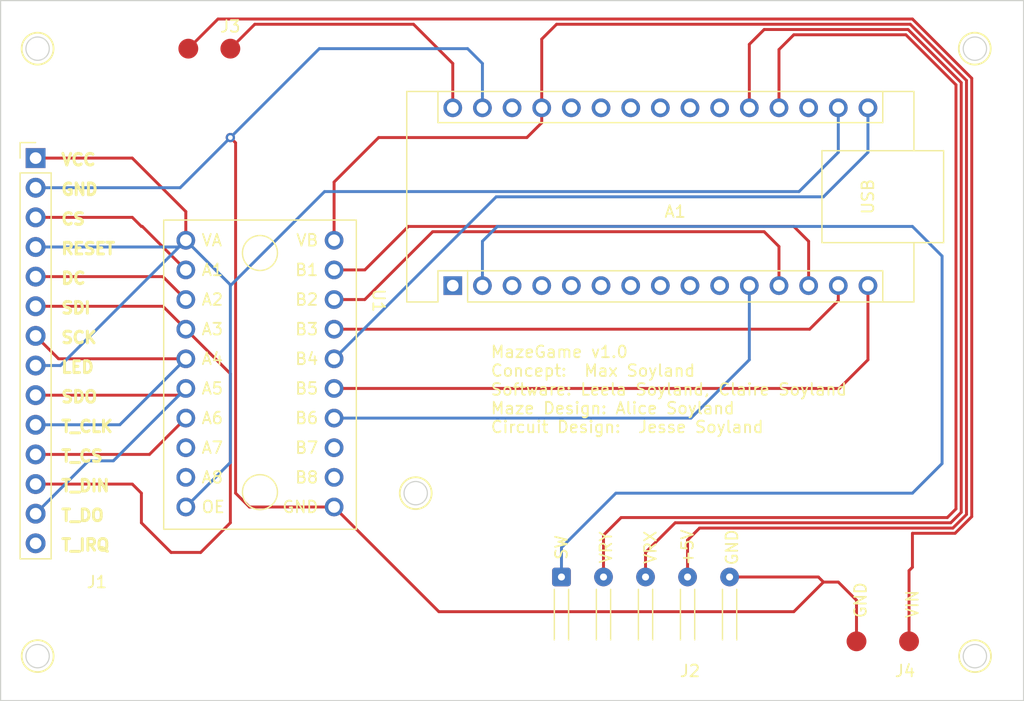
<source format=kicad_pcb>
(kicad_pcb (version 20211014) (generator pcbnew)
  (layers (0 "F.Cu" signal) (31 "B.Cu" signal) (34 "B.Paste" user) (35 "F.Paste" user) (36 "B.SilkS" user "B.Silkscreen") (37 "F.SilkS" user "F.Silkscreen") (38 "B.Mask" user) (39 "F.Mask" user) (44 "Edge.Cuts" user))
  (net 0 "")
  (net 2 "Net-(J2-Pad1)")
  (net 11 "Net-(A1-Pad11)")
  (net 12 "Net-(U1-Pad3)")
  (net 13 "Net-(U1-Pad2)")
  (net 14 "Net-(A1-Pad14)")
  (net 15 "Net-(A1-Pad15)")
  (net 16 "Net-(A1-Pad16)")
  (net 17 "Net-(A1-Pad17)")
  (net 19 "Net-(J2-Pad2)")
  (net 20 "Net-(J2-Pad3)")
  (net 27 "Net-(J2-Pad4)")
  (net 29 "Net-(J2-Pad5)")
  (net 30 "Net-(J3-Pad1)")
  (net 31 "Net-(J1-Pad3)")
  (net 32 "Net-(J1-Pad5)")
  (net 33 "Net-(J1-Pad6)")
  (net 34 "Net-(J1-Pad7)")
  (net 35 "Net-(U1-Pad16)")
  (net 36 "Net-(U1-Pad17)")
  (net 38 "Net-(J3-Pad2)")
  (footprint "Connector_Wire:SolderWire-0.1sqmm_1x02_P3.6mm_D0.4mm_OD1mm" (layer "F.Cu") (at 91.44 38.1 180)
    (fp_text reference "J3" (at 0 1.905) (layer "F.SilkS"))
    (fp_text value "Switch")
    (pad "1" smd circle (at 0 0 180) (size 1.7 1.7) (layers "F.Cu" "F.Paste" "F.Mask") (net 30 "Net-(J3-Pad1)"))
    (pad "2" smd circle (at 3.6 0 180) (size 1.7 1.7) (layers "F.Cu" "F.Paste" "F.Mask") (net 38 "Net-(J3-Pad2)"))
  )
  (footprint "CustomSymbols:EPLZON TXS0108E Board" (layer "F.Cu") (at 101.595 53.255 -90)
    (fp_text reference "U1" (at 6.435 -2.545 -90 unlocked) (layer "F.SilkS"))
    (fp_text value "EPLZON_TXS0108E")
    (fp_text user "B1" (at 3.81 2.54 unlocked) (layer "F.SilkS") (effects (justify right)))
    (fp_text user "B4" (at 11.43 2.54 unlocked) (layer "F.SilkS") (effects (justify right)))
    (fp_text user "VA" (at 1.27 12.695 unlocked) (layer "F.SilkS") (effects (justify left)))
    (fp_text user "B2" (at 6.35 2.54 unlocked) (layer "F.SilkS") (effects (justify right)))
    (fp_text user "A6" (at 16.51 12.7 unlocked) (layer "F.SilkS") (effects (justify left)))
    (fp_text user "A1" (at 3.81 12.695 unlocked) (layer "F.SilkS") (effects (justify left)))
    (fp_text user "A4" (at 11.43 12.7 unlocked) (layer "F.SilkS") (effects (justify left)))
    (fp_text user "GND" (at 24.13 2.54 unlocked) (layer "F.SilkS") (effects (justify right)))
    (fp_text user "A7" (at 19.05 12.7 unlocked) (layer "F.SilkS") (effects (justify left)))
    (fp_text user "B5" (at 13.97 2.54 unlocked) (layer "F.SilkS") (effects (justify right)))
    (fp_text user "B8" (at 21.59 2.54 unlocked) (layer "F.SilkS") (effects (justify right)))
    (fp_text user "A5" (at 13.97 12.7 unlocked) (layer "F.SilkS") (effects (justify left)))
    (fp_text user "B3" (at 8.89 2.54 unlocked) (layer "F.SilkS") (effects (justify right)))
    (fp_text user "B6" (at 16.51 2.54 unlocked) (layer "F.SilkS") (effects (justify right)))
    (fp_text user "B7" (at 19.05 2.54 unlocked) (layer "F.SilkS") (effects (justify right)))
    (fp_text user "OE" (at 24.13 12.7 unlocked) (layer "F.SilkS") (effects (justify left)))
    (fp_text user "A2" (at 6.35 12.695 unlocked) (layer "F.SilkS") (effects (justify left)))
    (fp_text user "A3" (at 8.89 12.7 unlocked) (layer "F.SilkS") (effects (justify left)))
    (fp_text user "A8" (at 21.59 12.7 unlocked) (layer "F.SilkS") (effects (justify left)))
    (fp_text user "VB" (at 1.27 2.54 unlocked) (layer "F.SilkS") (effects (justify right)))
    (fp_rect (start 26.035 -0.635) (end -0.465 15.865) (layer "F.SilkS") (width 0.12) (fill none))
    (fp_circle (center 22.86 7.62) (end 24.36 7.62) (layer "F.SilkS") (width 0.12) (fill none))
    (fp_circle (center 2.36 7.62) (end 3.86 7.62) (layer "F.SilkS") (width 0.12) (fill none))
    (pad "1" thru_hole circle (at 1.27 1.27 270) (size 1.6 1.6) (drill 1) (layers *.Cu *.Mask) (net 27 "Net-(J2-Pad4)"))
    (pad "2" thru_hole circle (at 3.81 1.27 270) (size 1.6 1.6) (drill 1) (layers *.Cu *.Mask) (net 13 "Net-(U1-Pad2)"))
    (pad "3" thru_hole circle (at 6.35 1.27 270) (size 1.6 1.6) (drill 1) (layers *.Cu *.Mask) (net 12 "Net-(U1-Pad3)"))
    (pad "4" thru_hole circle (at 8.89 1.27 270) (size 1.6 1.6) (drill 1) (layers *.Cu *.Mask) (net 14 "Net-(A1-Pad14)"))
    (pad "5" thru_hole circle (at 11.43 1.27 270) (size 1.6 1.6) (drill 1) (layers *.Cu *.Mask) (net 16 "Net-(A1-Pad16)"))
    (pad "6" thru_hole circle (at 13.97 1.27 270) (size 1.6 1.6) (drill 1) (layers *.Cu *.Mask) (net 15 "Net-(A1-Pad15)"))
    (pad "7" thru_hole circle (at 16.51 1.27 270) (size 1.6 1.6) (drill 1) (layers *.Cu *.Mask) (net 11 "Net-(A1-Pad11)"))
    (pad "8" thru_hole circle (at 19.05 1.27 270) (size 1.6 1.6) (drill 1) (layers *.Cu *.Mask))
    (pad "9" thru_hole circle (at 21.59 1.27 270) (size 1.6 1.6) (drill 1) (layers *.Cu *.Mask))
    (pad "10" thru_hole circle (at 24.13 1.27 270) (size 1.6 1.6) (drill 1) (layers *.Cu *.Mask) (net 29 "Net-(J2-Pad5)"))
    (pad "11" thru_hole circle (at 1.27 13.97 270) (size 1.6 1.6) (drill 1) (layers *.Cu *.Mask) (net 17 "Net-(A1-Pad17)"))
    (pad "12" thru_hole circle (at 3.81 13.97 270) (size 1.6 1.6) (drill 1) (layers *.Cu *.Mask) (net 31 "Net-(J1-Pad3)"))
    (pad "13" thru_hole circle (at 6.35 13.97 270) (size 1.6 1.6) (drill 1) (layers *.Cu *.Mask) (net 32 "Net-(J1-Pad5)"))
    (pad "14" thru_hole circle (at 8.89 13.97 270) (size 1.6 1.6) (drill 1) (layers *.Cu *.Mask) (net 33 "Net-(J1-Pad6)"))
    (pad "15" thru_hole circle (at 11.43 13.97 270) (size 1.6 1.6) (drill 1) (layers *.Cu *.Mask) (net 34 "Net-(J1-Pad7)"))
    (pad "16" thru_hole circle (at 13.97 13.97 270) (size 1.6 1.6) (drill 1) (layers *.Cu *.Mask) (net 35 "Net-(U1-Pad16)"))
    (pad "17" thru_hole circle (at 16.51 13.97 270) (size 1.6 1.6) (drill 1) (layers *.Cu *.Mask) (net 36 "Net-(U1-Pad17)"))
    (pad "18" thru_hole circle (at 19.05 13.97 270) (size 1.6 1.6) (drill 1) (layers *.Cu *.Mask))
    (pad "19" thru_hole circle (at 21.59 13.97 270) (size 1.6 1.6) (drill 1) (layers *.Cu *.Mask))
    (pad "20" thru_hole circle (at 24.13 13.97 270) (size 1.6 1.6) (drill 1) (layers *.Cu *.Mask) (net 17 "Net-(A1-Pad17)"))
  )
  (footprint "Connector_Wire:SolderWire-0.1sqmm_1x05_P3.6mm_D0.4mm_OD1mm_Relief" (layer "F.Cu") (at 119.8 83.385)
    (fp_text reference "J2" (at 11.01 8.055) (layer "F.SilkS"))
    (fp_text value "Thumbstick")
    (fp_text user "VRX" (at 7.62 -2.54 90 unlocked) (layer "F.SilkS"))
    (fp_text user "SW" (at 0 -2.54 90 unlocked) (layer "F.SilkS"))
    (fp_text user "+5V" (at 10.795 -2.54 90 unlocked) (layer "F.SilkS"))
    (fp_text user "GND" (at 14.605 -2.54 90 unlocked) (layer "F.SilkS"))
    (fp_text user "VRY" (at 3.81 -2.54 90 unlocked) (layer "F.SilkS"))
    (fp_line (start 7.81 1.06) (end 7.81 5.39) (layer "F.SilkS") (width 0.12))
    (fp_line (start 2.99 1.06) (end 2.99 5.39) (layer "F.SilkS") (width 0.12))
    (fp_line (start 10.19 1.06) (end 10.19 5.39) (layer "F.SilkS") (width 0.12))
    (fp_line (start 6.59 1.06) (end 6.59 5.39) (layer "F.SilkS") (width 0.12))
    (fp_line (start 0.61 1.06) (end 0.61 5.39) (layer "F.SilkS") (width 0.12))
    (fp_line (start 11.41 1.06) (end 11.41 5.39) (layer "F.SilkS") (width 0.12))
    (fp_line (start 4.21 1.06) (end 4.21 5.39) (layer "F.SilkS") (width 0.12))
    (fp_line (start -0.61 1.06) (end -0.61 5.39) (layer "F.SilkS") (width 0.12))
    (fp_line (start 13.79 1.06) (end 13.79 5.39) (layer "F.SilkS") (width 0.12))
    (fp_line (start 15.01 1.06) (end 15.01 5.39) (layer "F.SilkS") (width 0.12))
    (pad "" np_thru_hole circle (at 10.8 6) (size 1.5 1.5) (drill 1.5) (layers *.Cu *.Mask))
    (pad "" np_thru_hole circle (at 3.6 6) (size 1.5 1.5) (drill 1.5) (layers *.Cu *.Mask))
    (pad "" np_thru_hole circle (at 0 6) (size 1.5 1.5) (drill 1.5) (layers *.Cu *.Mask))
    (pad "" np_thru_hole circle (at 14.4 6) (size 1.5 1.5) (drill 1.5) (layers *.Cu *.Mask))
    (pad "" np_thru_hole circle (at 7.2 6) (size 1.5 1.5) (drill 1.5) (layers *.Cu *.Mask))
    (pad "1" thru_hole roundrect (at 0 0) (size 1.6 1.6) (drill 0.6) (layers *.Cu *.Mask) (roundrect_rratio 0.15625) (net 2 "Net-(J2-Pad1)"))
    (pad "2" thru_hole circle (at 3.6 0) (size 1.6 1.6) (drill 0.6) (layers *.Cu *.Mask) (net 19 "Net-(J2-Pad2)"))
    (pad "3" thru_hole circle (at 7.2 0) (size 1.6 1.6) (drill 0.6) (layers *.Cu *.Mask) (net 20 "Net-(J2-Pad3)"))
    (pad "4" thru_hole circle (at 10.8 0) (size 1.6 1.6) (drill 0.6) (layers *.Cu *.Mask) (net 27 "Net-(J2-Pad4)"))
    (pad "5" thru_hole circle (at 14.4 0) (size 1.6 1.6) (drill 0.6) (layers *.Cu *.Mask) (net 29 "Net-(J2-Pad5)"))
  )
  (footprint "Module:Arduino_Nano" (layer "F.Cu") (at 110.49 58.41 90)
    (fp_text reference "A1" (at 6.34 19.05 180) (layer "F.SilkS"))
    (fp_text value "Arduino_Nano_v3.x")
    (fp_text user "USB" (at 7.62 35.56 90 unlocked) (layer "F.SilkS"))
    (fp_line (start 13.97 36.83) (end 16.64 36.83) (layer "F.SilkS") (width 0.12))
    (fp_line (start 16.64 39.5) (end 16.64 -3.94) (layer "F.SilkS") (width 0.12))
    (fp_line (start 16.64 -3.94) (end -1.4 -3.94) (layer "F.SilkS") (width 0.12))
    (fp_line (start 3.68 42.04) (end 3.68 31.62) (layer "F.SilkS") (width 0.12))
    (fp_line (start 3.68 31.62) (end 11.56 31.62) (layer "F.SilkS") (width 0.12))
    (fp_line (start 1.27 1.27) (end -1.4 1.27) (layer "F.SilkS") (width 0.12))
    (fp_line (start -1.4 39.5) (end 3.68 39.5) (layer "F.SilkS") (width 0.12))
    (fp_line (start 16.64 39.5) (end 11.56 39.5) (layer "F.SilkS") (width 0.12))
    (fp_line (start 11.56 42.04) (end 3.68 42.04) (layer "F.SilkS") (width 0.12))
    (fp_line (start 1.27 -1.27) (end -1.4 -1.27) (layer "F.SilkS") (width 0.12))
    (fp_line (start 11.56 31.62) (end 11.56 42.04) (layer "F.SilkS") (width 0.12))
    (fp_line (start 1.27 1.27) (end 1.27 -1.27) (layer "F.SilkS") (width 0.12))
    (fp_line (start 13.97 -1.27) (end 16.64 -1.27) (layer "F.SilkS") (width 0.12))
    (fp_line (start -1.4 1.27) (end -1.4 39.5) (layer "F.SilkS") (width 0.12))
    (fp_line (start 1.27 1.27) (end 1.27 36.83) (layer "F.SilkS") (width 0.12))
    (fp_line (start -1.4 -3.94) (end -1.4 -1.27) (layer "F.SilkS") (width 0.12))
    (fp_line (start 13.97 -1.27) (end 13.97 36.83) (layer "F.SilkS") (width 0.12))
    (fp_line (start 1.27 36.83) (end -1.4 36.83) (layer "F.SilkS") (width 0.12))
    (pad "1" thru_hole rect (at 0 0 90) (size 1.6 1.6) (drill 1) (layers *.Cu *.Mask))
    (pad "2" thru_hole oval (at 0 2.54 90) (size 1.6 1.6) (drill 1) (layers *.Cu *.Mask) (net 2 "Net-(J2-Pad1)"))
    (pad "3" thru_hole oval (at 0 5.08 90) (size 1.6 1.6) (drill 1) (layers *.Cu *.Mask))
    (pad "4" thru_hole oval (at 0 7.62 90) (size 1.6 1.6) (drill 1) (layers *.Cu *.Mask))
    (pad "5" thru_hole oval (at 0 10.16 90) (size 1.6 1.6) (drill 1) (layers *.Cu *.Mask))
    (pad "6" thru_hole oval (at 0 12.7 90) (size 1.6 1.6) (drill 1) (layers *.Cu *.Mask))
    (pad "7" thru_hole oval (at 0 15.24 90) (size 1.6 1.6) (drill 1) (layers *.Cu *.Mask))
    (pad "8" thru_hole oval (at 0 17.78 90) (size 1.6 1.6) (drill 1) (layers *.Cu *.Mask))
    (pad "9" thru_hole oval (at 0 20.32 90) (size 1.6 1.6) (drill 1) (layers *.Cu *.Mask))
    (pad "10" thru_hole oval (at 0 22.86 90) (size 1.6 1.6) (drill 1) (layers *.Cu *.Mask))
    (pad "11" thru_hole oval (at 0 25.4 90) (size 1.6 1.6) (drill 1) (layers *.Cu *.Mask) (net 11 "Net-(A1-Pad11)"))
    (pad "12" thru_hole oval (at 0 27.94 90) (size 1.6 1.6) (drill 1) (layers *.Cu *.Mask) (net 12 "Net-(U1-Pad3)"))
    (pad "13" thru_hole oval (at 0 30.48 90) (size 1.6 1.6) (drill 1) (layers *.Cu *.Mask) (net 13 "Net-(U1-Pad2)"))
    (pad "14" thru_hole oval (at 0 33.02 90) (size 1.6 1.6) (drill 1) (layers *.Cu *.Mask) (net 14 "Net-(A1-Pad14)"))
    (pad "15" thru_hole oval (at 0 35.56 90) (size 1.6 1.6) (drill 1) (layers *.Cu *.Mask) (net 15 "Net-(A1-Pad15)"))
    (pad "16" thru_hole oval (at 15.24 35.56 90) (size 1.6 1.6) (drill 1) (layers *.Cu *.Mask) (net 16 "Net-(A1-Pad16)"))
    (pad "17" thru_hole oval (at 15.24 33.02 90) (size 1.6 1.6) (drill 1) (layers *.Cu *.Mask) (net 17 "Net-(A1-Pad17)"))
    (pad "18" thru_hole oval (at 15.24 30.48 90) (size 1.6 1.6) (drill 1) (layers *.Cu *.Mask))
    (pad "19" thru_hole oval (at 15.24 27.94 90) (size 1.6 1.6) (drill 1) (layers *.Cu *.Mask) (net 19 "Net-(J2-Pad2)"))
    (pad "20" thru_hole oval (at 15.24 25.4 90) (size 1.6 1.6) (drill 1) (layers *.Cu *.Mask) (net 20 "Net-(J2-Pad3)"))
    (pad "21" thru_hole oval (at 15.24 22.86 90) (size 1.6 1.6) (drill 1) (layers *.Cu *.Mask))
    (pad "22" thru_hole oval (at 15.24 20.32 90) (size 1.6 1.6) (drill 1) (layers *.Cu *.Mask))
    (pad "23" thru_hole oval (at 15.24 17.78 90) (size 1.6 1.6) (drill 1) (layers *.Cu *.Mask))
    (pad "24" thru_hole oval (at 15.24 15.24 90) (size 1.6 1.6) (drill 1) (layers *.Cu *.Mask))
    (pad "25" thru_hole oval (at 15.24 12.7 90) (size 1.6 1.6) (drill 1) (layers *.Cu *.Mask))
    (pad "26" thru_hole oval (at 15.24 10.16 90) (size 1.6 1.6) (drill 1) (layers *.Cu *.Mask))
    (pad "27" thru_hole oval (at 15.24 7.62 90) (size 1.6 1.6) (drill 1) (layers *.Cu *.Mask) (net 27 "Net-(J2-Pad4)"))
    (pad "28" thru_hole oval (at 15.24 5.08 90) (size 1.6 1.6) (drill 1) (layers *.Cu *.Mask))
    (pad "29" thru_hole oval (at 15.24 2.54 90) (size 1.6 1.6) (drill 1) (layers *.Cu *.Mask) (net 29 "Net-(J2-Pad5)"))
    (pad "30" thru_hole oval (at 15.24 0 90) (size 1.6 1.6) (drill 1) (layers *.Cu *.Mask) (net 30 "Net-(J3-Pad1)"))
  )
  (footprint "Connector_PinHeader_2.54mm:PinHeader_1x14_P2.54mm_Vertical" (layer "F.Cu") (at 74.76 47.48)
    (fp_text reference "J1" (at 5.25 36.34) (layer "F.SilkS"))
    (fp_text value "ILI9341")
    (fp_line (start -1.33 0) (end -1.33 -1.33) (layer "F.SilkS") (width 0.12))
    (fp_line (start -1.33 1.27) (end 1.33 1.27) (layer "F.SilkS") (width 0.12))
    (fp_line (start 1.33 1.27) (end 1.33 34.35) (layer "F.SilkS") (width 0.12))
    (fp_line (start -1.33 34.35) (end 1.33 34.35) (layer "F.SilkS") (width 0.12))
    (fp_line (start -1.33 -1.33) (end 0 -1.33) (layer "F.SilkS") (width 0.12))
    (fp_line (start -1.33 1.27) (end -1.33 34.35) (layer "F.SilkS") (width 0.12))
    (pad "1" thru_hole rect (at 0 0) (size 1.7 1.7) (drill 1) (layers *.Cu *.Mask) (net 17 "Net-(A1-Pad17)"))
    (pad "2" thru_hole oval (at 0 2.54) (size 1.7 1.7) (drill 1) (layers *.Cu *.Mask) (net 29 "Net-(J2-Pad5)"))
    (pad "3" thru_hole oval (at 0 5.08) (size 1.7 1.7) (drill 1) (layers *.Cu *.Mask) (net 31 "Net-(J1-Pad3)"))
    (pad "4" thru_hole oval (at 0 7.62) (size 1.7 1.7) (drill 1) (layers *.Cu *.Mask) (net 17 "Net-(A1-Pad17)"))
    (pad "5" thru_hole oval (at 0 10.16) (size 1.7 1.7) (drill 1) (layers *.Cu *.Mask) (net 32 "Net-(J1-Pad5)"))
    (pad "6" thru_hole oval (at 0 12.7) (size 1.7 1.7) (drill 1) (layers *.Cu *.Mask) (net 33 "Net-(J1-Pad6)"))
    (pad "7" thru_hole oval (at 0 15.24) (size 1.7 1.7) (drill 1) (layers *.Cu *.Mask) (net 34 "Net-(J1-Pad7)"))
    (pad "8" thru_hole oval (at 0 17.78) (size 1.7 1.7) (drill 1) (layers *.Cu *.Mask) (net 17 "Net-(A1-Pad17)"))
    (pad "9" thru_hole oval (at 0 20.32) (size 1.7 1.7) (drill 1) (layers *.Cu *.Mask) (net 35 "Net-(U1-Pad16)"))
    (pad "10" thru_hole oval (at 0 22.86) (size 1.7 1.7) (drill 1) (layers *.Cu *.Mask) (net 34 "Net-(J1-Pad7)"))
    (pad "11" thru_hole oval (at 0 25.4) (size 1.7 1.7) (drill 1) (layers *.Cu *.Mask) (net 36 "Net-(U1-Pad17)"))
    (pad "12" thru_hole oval (at 0 27.94) (size 1.7 1.7) (drill 1) (layers *.Cu *.Mask) (net 33 "Net-(J1-Pad6)"))
    (pad "13" thru_hole oval (at 0 30.48) (size 1.7 1.7) (drill 1) (layers *.Cu *.Mask) (net 35 "Net-(U1-Pad16)"))
    (pad "14" thru_hole oval (at 0 33.02) (size 1.7 1.7) (drill 1) (layers *.Cu *.Mask))
  )
  (footprint "Connector_Wire:SolderWire-0.25sqmm_1x02_P4.5mm_D0.65mm_OD2mm" (layer "F.Cu") (at 149.57 88.9 180)
    (fp_text reference "J4" (at 0.345 -2.54) (layer "F.SilkS"))
    (fp_text value "Power")
    (fp_text user "GND" (at 4.155 1.905 90 unlocked) (layer "F.SilkS") (effects (justify left)))
    (fp_text user "VIN" (at -0.29 1.905 90 unlocked) (layer "F.SilkS") (effects (justify left)))
    (pad "1" smd circle (at 0 0 180) (size 1.7 1.7) (layers "F.Cu" "F.Paste" "F.Mask") (net 38 "Net-(J3-Pad2)"))
    (pad "2" smd circle (at 4.5 0 180) (size 1.7 1.7) (layers "F.Cu" "F.Paste" "F.Mask") (net 29 "Net-(J2-Pad5)"))
  )
  (gr_circle (center 155.197769 38.1) (end 156.467769 38.608) (layer "F.SilkS") (width 0.15) (fill none))
  (gr_circle (center 107.315 76.2) (end 108.585 76.708) (layer "F.SilkS") (width 0.15) (fill none))
  (gr_circle (center 74.93 38.1) (end 76.2 38.608) (layer "F.SilkS") (width 0.15) (fill none))
  (gr_circle (center 155.223169 90.17) (end 156.493169 90.678) (layer "F.SilkS") (width 0.15) (fill none))
  (gr_circle (center 74.933769 90.166231) (end 76.203769 90.674231) (layer "F.SilkS") (width 0.15) (fill none))
  (gr_circle (center 155.21 38.1) (end 156.21 38.1) (layer "Edge.Cuts") (width 0.1) (fill none))
  (gr_circle (center 74.93 90.17) (end 75.93 90.17) (layer "Edge.Cuts") (width 0.1) (fill none))
  (gr_circle (center 74.93 38.1) (end 75.93 38.1) (layer "Edge.Cuts") (width 0.1) (fill none))
  (gr_rect (start 71.76 33.98) (end 159.38 93.98) (layer "Edge.Cuts") (width 0.1) (fill none))
  (gr_circle (center 107.315 76.2) (end 108.315 76.2) (layer "Edge.Cuts") (width 0.1) (fill none))
  (gr_circle (center 155.21 90.17) (end 156.21 90.17) (layer "Edge.Cuts") (width 0.1) (fill none))
  (gr_text "DC" (at 76.835 57.785) (layer "F.SilkS") (effects (font (size 1 1) (thickness 0.25)) (justify left)))
  (gr_text "T_CLK" (at 76.835 70.485) (layer "F.SilkS") (effects (font (size 1 1) (thickness 0.25)) (justify left)))
  (gr_text "T_DIN" (at 76.835 75.565) (layer "F.SilkS") (effects (font (size 1 1) (thickness 0.25)) (justify left)))
  (gr_text "T_IRQ" (at 76.835 80.645) (layer "F.SilkS") (effects (font (size 1 1) (thickness 0.25)) (justify left)))
  (gr_text "T_CS" (at 76.835 73.025) (layer "F.SilkS") (effects (font (size 1 1) (thickness 0.25)) (justify left)))
  (gr_text "SDO" (at 76.835 67.945) (layer "F.SilkS") (effects (font (size 1 1) (thickness 0.25)) (justify left)))
  (gr_text "SDI" (at 76.835 60.325) (layer "F.SilkS") (effects (font (size 1 1) (thickness 0.25)) (justify left)))
  (gr_text "CS" (at 76.835 52.705) (layer "F.SilkS") (effects (font (size 1 1) (thickness 0.25)) (justify left)))
  (gr_text "MazeGame v1.0\nConcept:  Max Soyland\nSoftware: Leela Soyland, Claire Soyland\nMaze Design: Alice Soyland\nCircuit Design:  Jesse Soyland" (at 113.665 67.31) (layer "F.SilkS") (effects (font (size 1 1)) (justify left)))
  (gr_text "RESET" (at 76.835 55.245) (layer "F.SilkS") (effects (font (size 1 1) (thickness 0.25)) (justify left)))
  (gr_text "GND" (at 76.835 50.165) (layer "F.SilkS") (effects (font (size 1 1) (thickness 0.25)) (justify left)))
  (gr_text "LED" (at 76.835 65.405) (layer "F.SilkS") (effects (font (size 1 1) (thickness 0.25)) (justify left)))
  (gr_text "T_DO" (at 76.835 78.105) (layer "F.SilkS") (effects (font (size 1 1) (thickness 0.25)) (justify left)))
  (gr_text "SCK" (at 76.835 62.865) (layer "F.SilkS") (effects (font (size 1 1) (thickness 0.25)) (justify left)))
  (gr_text "VCC" (at 76.835 47.625) (layer "F.SilkS") (effects (font (size 1 1) (thickness 0.25)) (justify left)))
  (segment (start 149.86 53.34) (end 114.3 53.34) (width 0.25) (layer "B.Cu") (net 2))
  (segment (start 119.8 83.385) (end 119.8 80.86) (width 0.25) (layer "B.Cu") (net 2))
  (segment (start 152.4 55.88) (end 149.86 53.34) (width 0.25) (layer "B.Cu") (net 2))
  (segment (start 149.86 76.2) (end 152.4 73.66) (width 0.25) (layer "B.Cu") (net 2))
  (segment (start 114.3 53.34) (end 113.03 54.61) (width 0.25) (layer "B.Cu") (net 2))
  (segment (start 113.03 54.61) (end 113.03 58.41) (width 0.25) (layer "B.Cu") (net 2))
  (segment (start 119.8 80.86) (end 124.46 76.2) (width 0.25) (layer "B.Cu") (net 2))
  (segment (start 124.46 76.2) (end 149.86 76.2) (width 0.25) (layer "B.Cu") (net 2))
  (segment (start 152.4 73.66) (end 152.4 55.88) (width 0.25) (layer "B.Cu") (net 2))
  (segment (start 130.895 69.765) (end 135.89 64.77) (width 0.25) (layer "B.Cu") (net 11))
  (segment (start 135.89 64.77) (end 135.89 58.41) (width 0.25) (layer "B.Cu") (net 11))
  (segment (start 100.325 69.765) (end 130.895 69.765) (width 0.25) (layer "B.Cu") (net 11))
  (segment (start 138.43 55.06) (end 138.43 58.41) (width 0.25) (layer "F.Cu") (net 12))
  (segment (start 100.325 59.605) (end 102.955 59.605) (width 0.25) (layer "F.Cu") (net 12))
  (segment (start 137.16 53.79) (end 138.43 55.06) (width 0.25) (layer "F.Cu") (net 12))
  (segment (start 108.77 53.79) (end 137.16 53.79) (width 0.25) (layer "F.Cu") (net 12))
  (segment (start 102.955 59.605) (end 108.77 53.79) (width 0.25) (layer "F.Cu") (net 12))
  (segment (start 140.97 54.61) (end 140.97 58.41) (width 0.25) (layer "F.Cu") (net 13))
  (segment (start 100.325 57.065) (end 102.955 57.065) (width 0.25) (layer "F.Cu") (net 13))
  (segment (start 139.7 53.34) (end 140.97 54.61) (width 0.25) (layer "F.Cu") (net 13))
  (segment (start 106.68 53.34) (end 139.7 53.34) (width 0.25) (layer "F.Cu") (net 13))
  (segment (start 102.955 57.065) (end 106.68 53.34) (width 0.25) (layer "F.Cu") (net 13))
  (segment (start 143.51 59.69) (end 143.51 58.41) (width 0.25) (layer "F.Cu") (net 14))
  (segment (start 141.055 62.145) (end 143.51 59.69) (width 0.25) (layer "F.Cu") (net 14))
  (segment (start 100.325 62.145) (end 141.055 62.145) (width 0.25) (layer "F.Cu") (net 14))
  (segment (start 143.595 67.225) (end 146.05 64.77) (width 0.25) (layer "F.Cu") (net 15))
  (segment (start 146.05 64.77) (end 146.05 58.41) (width 0.25) (layer "F.Cu") (net 15))
  (segment (start 100.325 67.225) (end 143.595 67.225) (width 0.25) (layer "F.Cu") (net 15))
  (segment (start 100.325 64.685) (end 114.21 50.8) (width 0.25) (layer "B.Cu") (net 16))
  (segment (start 142.24 50.8) (end 146.05 46.99) (width 0.25) (layer "B.Cu") (net 16))
  (segment (start 114.21 50.8) (end 142.24 50.8) (width 0.25) (layer "B.Cu") (net 16))
  (segment (start 146.05 46.99) (end 146.05 43.17) (width 0.25) (layer "B.Cu") (net 16))
  (segment (start 83.04 47.48) (end 87.625 52.065) (width 0.25) (layer "F.Cu") (net 17))
  (segment (start 87.625 52.065) (end 87.625 54.525) (width 0.25) (layer "F.Cu") (net 17))
  (segment (start 74.76 47.48) (end 83.04 47.48) (width 0.25) (layer "F.Cu") (net 17))
  (segment (start 76.89 65.26) (end 87.625 54.525) (width 0.25) (layer "B.Cu") (net 17))
  (segment (start 87.625 77.385) (end 91.44 73.57) (width 0.25) (layer "B.Cu") (net 17))
  (segment (start 91.44 73.57) (end 91.44 58.34) (width 0.25) (layer "B.Cu") (net 17))
  (segment (start 87.05 55.1) (end 87.625 54.525) (width 0.25) (layer "B.Cu") (net 17))
  (segment (start 99.51 50.35) (end 91.44 58.42) (width 0.25) (layer "B.Cu") (net 17))
  (segment (start 74.76 65.26) (end 76.89 65.26) (width 0.25) (layer "B.Cu") (net 17))
  (segment (start 143.51 43.17) (end 143.51 46.99) (width 0.25) (layer "B.Cu") (net 17))
  (segment (start 91.44 58.42) (end 91.44 58.34) (width 0.25) (layer "B.Cu") (net 17))
  (segment (start 140.15 50.35) (end 99.51 50.35) (width 0.25) (layer "B.Cu") (net 17))
  (segment (start 143.51 46.99) (end 140.15 50.35) (width 0.25) (layer "B.Cu") (net 17))
  (segment (start 91.44 58.34) (end 87.625 54.525) (width 0.25) (layer "B.Cu") (net 17))
  (segment (start 74.76 55.1) (end 87.05 55.1) (width 0.25) (layer "B.Cu") (net 17))
  (segment (start 152.85 78.29) (end 124.91 78.29) (width 0.25) (layer "F.Cu") (net 19))
  (segment (start 149.300812 36.91) (end 153.59 41.199188) (width 0.25) (layer "F.Cu") (net 19))
  (segment (start 153.59 41.199188) (end 153.59 77.55) (width 0.25) (layer "F.Cu") (net 19))
  (segment (start 138.43 38.18) (end 139.7 36.91) (width 0.25) (layer "F.Cu") (net 19))
  (segment (start 123.4 79.8) (end 123.4 83.385) (width 0.25) (layer "F.Cu") (net 19))
  (segment (start 139.7 36.91) (end 149.300812 36.91) (width 0.25) (layer "F.Cu") (net 19))
  (segment (start 153.59 77.55) (end 152.85 78.29) (width 0.25) (layer "F.Cu") (net 19))
  (segment (start 124.91 78.29) (end 123.4 79.8) (width 0.25) (layer "F.Cu") (net 19))
  (segment (start 138.43 43.17) (end 138.43 38.18) (width 0.25) (layer "F.Cu") (net 19))
  (segment (start 127 81.28) (end 127 83.385) (width 0.25) (layer "F.Cu") (net 20))
  (segment (start 153.14 78.74) (end 129.54 78.74) (width 0.25) (layer "F.Cu") (net 20))
  (segment (start 154.04 41.012792) (end 154.04 77.84) (width 0.25) (layer "F.Cu") (net 20))
  (segment (start 129.54 78.74) (end 127 81.28) (width 0.25) (layer "F.Cu") (net 20))
  (segment (start 135.89 43.17) (end 135.89 37.73) (width 0.25) (layer "F.Cu") (net 20))
  (segment (start 149.487208 36.46) (end 154.04 41.012792) (width 0.25) (layer "F.Cu") (net 20))
  (segment (start 137.16 36.46) (end 149.487208 36.46) (width 0.25) (layer "F.Cu") (net 20))
  (segment (start 135.89 37.73) (end 137.16 36.46) (width 0.25) (layer "F.Cu") (net 20))
  (segment (start 154.04 77.84) (end 153.14 78.74) (width 0.25) (layer "F.Cu") (net 20))
  (segment (start 153.326396 79.19) (end 154.49 78.026396) (width 0.25) (layer "F.Cu") (net 27))
  (segment (start 104.14 45.72) (end 116.84 45.72) (width 0.25) (layer "F.Cu") (net 27))
  (segment (start 100.325 49.535) (end 104.14 45.72) (width 0.25) (layer "F.Cu") (net 27))
  (segment (start 119.38 36.01) (end 118.11 37.28) (width 0.25) (layer "F.Cu") (net 27))
  (segment (start 130.6 83.385) (end 130.6 80.22) (width 0.25) (layer "F.Cu") (net 27))
  (segment (start 154.49 40.826396) (end 149.673604 36.01) (width 0.25) (layer "F.Cu") (net 27))
  (segment (start 100.325 54.525) (end 100.325 49.535) (width 0.25) (layer "F.Cu") (net 27))
  (segment (start 116.84 45.72) (end 118.11 44.45) (width 0.25) (layer "F.Cu") (net 27))
  (segment (start 118.11 44.45) (end 118.11 43.17) (width 0.25) (layer "F.Cu") (net 27))
  (segment (start 131.63 79.19) (end 153.326396 79.19) (width 0.25) (layer "F.Cu") (net 27))
  (segment (start 130.6 80.22) (end 131.63 79.19) (width 0.25) (layer "F.Cu") (net 27))
  (segment (start 118.11 37.28) (end 118.11 43.17) (width 0.25) (layer "F.Cu") (net 27))
  (segment (start 154.49 78.026396) (end 154.49 40.826396) (width 0.25) (layer "F.Cu") (net 27))
  (segment (start 149.673604 36.01) (end 119.38 36.01) (width 0.25) (layer "F.Cu") (net 27))
  (segment (start 143.51 83.82) (end 145.07 85.38) (width 0.25) (layer "F.Cu") (net 29))
  (segment (start 109.3 86.36) (end 139.7 86.36) (width 0.25) (layer "F.Cu") (net 29))
  (segment (start 139.7 86.36) (end 142.24 83.82) (width 0.25) (layer "F.Cu") (net 29))
  (segment (start 93.075 77.385) (end 91.89 76.2) (width 0.25) (layer "F.Cu") (net 29))
  (segment (start 91.89 46.17) (end 91.44 45.72) (width 0.25) (layer "F.Cu") (net 29))
  (segment (start 100.325 77.385) (end 109.3 86.36) (width 0.25) (layer "F.Cu") (net 29))
  (segment (start 141.805 83.385) (end 134.2 83.385) (width 0.25) (layer "F.Cu") (net 29))
  (segment (start 145.07 85.38) (end 145.07 88.9) (width 0.25) (layer "F.Cu") (net 29))
  (segment (start 91.89 76.2) (end 91.89 46.17) (width 0.25) (layer "F.Cu") (net 29))
  (segment (start 100.325 77.385) (end 93.075 77.385) (width 0.25) (layer "F.Cu") (net 29))
  (segment (start 142.24 83.82) (end 141.805 83.385) (width 0.25) (layer "F.Cu") (net 29))
  (segment (start 142.24 83.82) (end 143.51 83.82) (width 0.25) (layer "F.Cu") (net 29))
  (via (at 91.44 45.72) (size 0.8) (drill 0.4) (layers "F.Cu" "B.Cu") (net 29))
  (segment (start 99.06 38.1) (end 111.76 38.1) (width 0.25) (layer "B.Cu") (net 29))
  (segment (start 113.03 39.37) (end 113.03 43.17) (width 0.25) (layer "B.Cu") (net 29))
  (segment (start 74.76 50.02) (end 87.14 50.02) (width 0.25) (layer "B.Cu") (net 29))
  (segment (start 87.14 50.02) (end 91.44 45.72) (width 0.25) (layer "B.Cu") (net 29))
  (segment (start 91.44 45.72) (end 99.06 38.1) (width 0.25) (layer "B.Cu") (net 29))
  (segment (start 111.76 38.1) (end 113.03 39.37) (width 0.25) (layer "B.Cu") (net 29))
  (segment (start 93.53 36.01) (end 107.13 36.01) (width 0.25) (layer "F.Cu") (net 30))
  (segment (start 110.49 39.37) (end 110.49 43.17) (width 0.25) (layer "F.Cu") (net 30))
  (segment (start 107.13 36.01) (end 110.49 39.37) (width 0.25) (layer "F.Cu") (net 30))
  (segment (start 91.44 38.1) (end 93.53 36.01) (width 0.25) (layer "F.Cu") (net 30))
  (segment (start 83.82 53.34) (end 83.9 53.34) (width 0.25) (layer "F.Cu") (net 31))
  (segment (start 83.9 53.34) (end 87.625 57.065) (width 0.25) (layer "F.Cu") (net 31))
  (segment (start 83.04 52.56) (end 83.82 53.34) (width 0.25) (layer "F.Cu") (net 31))
  (segment (start 74.76 52.56) (end 83.04 52.56) (width 0.25) (layer "F.Cu") (net 31))
  (segment (start 85.66 57.64) (end 87.625 59.605) (width 0.25) (layer "F.Cu") (net 32))
  (segment (start 74.76 57.64) (end 85.66 57.64) (width 0.25) (layer "F.Cu") (net 32))
  (segment (start 74.76 75.42) (end 83.04 75.42) (width 0.25) (layer "F.Cu") (net 33))
  (segment (start 83.04 75.42) (end 83.82 76.2) (width 0.25) (layer "F.Cu") (net 33))
  (segment (start 91.44 78.74) (end 88.9 81.28) (width 0.25) (layer "F.Cu") (net 33))
  (segment (start 85.66 60.18) (end 87.625 62.145) (width 0.25) (layer "F.Cu") (net 33))
  (segment (start 74.76 60.18) (end 85.66 60.18) (width 0.25) (layer "F.Cu") (net 33))
  (segment (start 83.82 78.74) (end 86.36 81.28) (width 0.25) (layer "F.Cu") (net 33))
  (segment (start 91.44 65.96) (end 91.44 78.74) (width 0.25) (layer "F.Cu") (net 33))
  (segment (start 88.9 81.28) (end 86.36 81.28) (width 0.25) (layer "F.Cu") (net 33))
  (segment (start 83.82 76.2) (end 83.82 78.74) (width 0.25) (layer "F.Cu") (net 33))
  (segment (start 87.625 62.145) (end 91.44 65.96) (width 0.25) (layer "F.Cu") (net 33))
  (segment (start 74.76 62.72) (end 76.725 64.685) (width 0.25) (layer "F.Cu") (net 34))
  (segment (start 76.725 64.685) (end 87.625 64.685) (width 0.25) (layer "F.Cu") (net 34))
  (segment (start 74.76 70.34) (end 81.97 70.34) (width 0.25) (layer "B.Cu") (net 34))
  (segment (start 81.97 70.34) (end 87.625 64.685) (width 0.25) (layer "B.Cu") (net 34))
  (segment (start 87.05 67.8) (end 87.625 67.225) (width 0.25) (layer "F.Cu") (net 35))
  (segment (start 74.76 67.8) (end 87.05 67.8) (width 0.25) (layer "F.Cu") (net 35))
  (segment (start 74.76 77.96) (end 79.29 73.43) (width 0.25) (layer "B.Cu") (net 35))
  (segment (start 79.29 73.43) (end 81.42 73.43) (width 0.25) (layer "B.Cu") (net 35))
  (segment (start 81.42 73.43) (end 87.625 67.225) (width 0.25) (layer "B.Cu") (net 35))
  (segment (start 84.51 72.88) (end 87.625 69.765) (width 0.25) (layer "F.Cu") (net 36))
  (segment (start 74.76 72.88) (end 84.51 72.88) (width 0.25) (layer "F.Cu") (net 36))
  (segment (start 90.38 35.56) (end 87.84 38.1) (width 0.25) (layer "F.Cu") (net 38))
  (segment (start 154.94 40.64) (end 149.86 35.56) (width 0.25) (layer "F.Cu") (net 38))
  (segment (start 149.57 82.84) (end 149.86 82.55) (width 0.25) (layer "F.Cu") (net 38))
  (segment (start 154.94 78.212792) (end 154.94 40.64) (width 0.25) (layer "F.Cu") (net 38))
  (segment (start 149.86 35.56) (end 90.38 35.56) (width 0.25) (layer "F.Cu") (net 38))
  (segment (start 149.57 88.9) (end 149.57 82.84) (width 0.25) (layer "F.Cu") (net 38))
  (segment (start 149.86 82.55) (end 149.86 79.64) (width 0.25) (layer "F.Cu") (net 38))
  (segment (start 149.86 79.64) (end 153.512792 79.64) (width 0.25) (layer "F.Cu") (net 38))
  (segment (start 153.512792 79.64) (end 154.94 78.212792) (width 0.25) (layer "F.Cu") (net 38))
)
</source>
